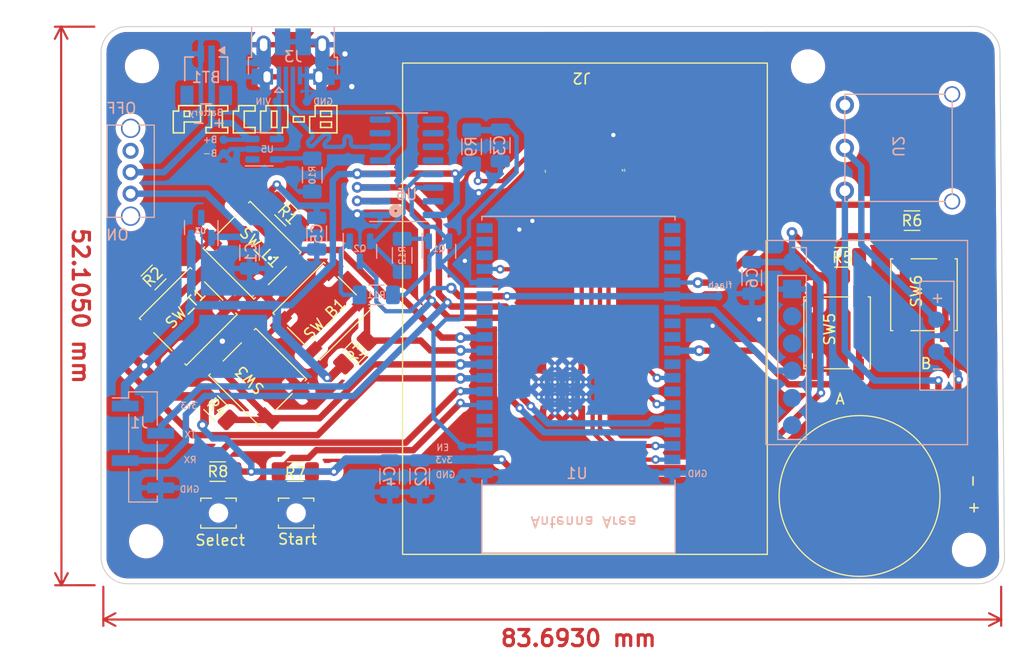
<source format=kicad_pcb>
(kicad_pcb (version 20211014) (generator pcbnew)
  (layers (0 "F.Cu" signal) (31 "B.Cu" signal) (34 "B.Paste" user) (35 "F.Paste" user) (36 "B.SilkS" user "B.Silkscreen") (37 "F.SilkS" user "F.Silkscreen") (38 "B.Mask" user) (39 "F.Mask" user) (44 "Edge.Cuts" user))
  (net 0 "")
  (net 1 "+3.3V")
  (net 2 "GND")
  (net 3 "/SW_A")
  (net 7 "/SW_START")
  (net 8 "/SCK")
  (net 9 "/SDA")
  (net 10 "/RESET")
  (net 11 "/DC{slash}RS")
  (net 12 "/CS")
  (net 13 "/SW_R")
  (net 14 "/SW_L")
  (net 15 "/SW_T")
  (net 16 "/SW_B")
  (net 17 "/SW_SEL")
  (net 18 "/SW_BOT")
  (net 22 "+BATT")
  (net 24 "/VIN")
  (net 31 "/RX")
  (net 32 "/TX")
  (net 33 "/FLASH_MODE")
  (net 39 "/ENABLE")
  (net 40 "Net-(R10-Pad1)")
  (net 42 "/USB_VIN")
  (net 44 "Net-(LS1-Pad1)")
  (net 45 "/AUDIO_OUT")
  (net 46 "Net-(U2-Pad2)")
  (net 47 "Net-(LS1-Pad2)")
  (net 48 "/UD-")
  (net 49 "/UD+")
  (net 57 "Net-(Q1-Pad1)")
  (net 58 "Net-(Q2-Pad1)")
  (net 61 "/RTS")
  (net 62 "/DTS")
  (net 66 "Net-(J2-Pad6)")
  (net 67 "Net-(J2-Pad7)")
  (net 68 "Net-(J2-Pad8)")
  (net 69 "Net-(J2-Pad9)")
  (net 70 "Net-(J2-Pad12)")
  (footprint "picopico:speaker" (layer "F.Cu") (at 146.702 58.185 90)
    (fp_text reference "LS1" hide)
    (fp_text value "Speaker")
  )
  (footprint "picopico:evqq2_compact" (layer "F.Cu") (at 93.383116 41.525216 -135)
    (fp_text reference "SW_B1")
    (fp_text value "SW_Push")
  )
  (footprint "Resistor_SMD:R_1206_3216Metric_Pad1.30x1.75mm_HandSolder" (layer "F.Cu") (at 142.012 36.127 180)
    (fp_text reference "R5")
    (fp_text value "R")
  )
  (footprint "Resistor_SMD:R_0201_0603Metric" (layer "F.Cu") (at 116.802 36.71 90)
    (fp_text reference "R13" hide)
    (fp_text value "0")
  )
  (footprint "MountingHole:MountingHole_2.2mm_M2" (layer "F.Cu") (at 77.102 62.61)
    (fp_text reference "H5" hide)
    (fp_text value "MountingHole")
  )
  (footprint "MountingHole:MountingHole_2.2mm_M2" (layer "F.Cu") (at 76.708 18.288)
    (fp_text reference "H2" hide)
    (fp_text value "MountingHole")
  )
  (footprint "Button_Switch_SMD:SW_SPST_B3U-1100P-B" (layer "F.Cu") (at 91.0794 59.158 180)
    (fp_text reference "SW7" hide)
    (fp_text value "SW_Push")
  )
  (footprint "Resistor_SMD:R_1206_3216Metric_Pad1.30x1.75mm_HandSolder" (layer "F.Cu") (at 77.794116 37.998216 45)
    (fp_text reference "R2")
    (fp_text value "10K")
  )
  (footprint "Resistor_SMD:R_1206_3216Metric_Pad1.30x1.75mm_HandSolder" (layer "F.Cu") (at 91.002 56.11)
    (fp_text reference "R7")
    (fp_text value "R")
  )
  (footprint "Resistor_SMD:R_0201_0603Metric" (layer "F.Cu") (at 118.602 36.71 90)
    (fp_text reference "R15" hide)
    (fp_text value "0")
  )
  (footprint "picopico:lcd smd" (layer "F.Cu") (at 118.002 18 180)
    (fp_text reference "J2")
    (fp_text value "display")
  )
  (footprint "picopico:evqq2_compact" (layer "F.Cu") (at 81.121516 41.249416 45)
    (fp_text reference "SW_T1")
    (fp_text value "SW_Push")
  )
  (footprint "MountingHole:MountingHole_2.2mm_M2" (layer "F.Cu") (at 138.802 18.31)
    (fp_text reference "H3" hide)
    (fp_text value "MountingHole")
  )
  (footprint "Resistor_SMD:R_0201_0603Metric" (layer "F.Cu") (at 119.402 36.71 90)
    (fp_text reference "R16" hide)
    (fp_text value "0")
  )
  (footprint "Resistor_SMD:R_0201_0603Metric" (layer "F.Cu") (at 120.202 36.71 90)
    (fp_text reference "R17" hide)
    (fp_text value "0")
  )
  (footprint "picopico:evqq2_compact" (layer "F.Cu") (at 149.4 39.273 90)
    (fp_text reference "SW6")
    (fp_text value "SW_Push")
  )
  (footprint "picopico:evqq2_compact" (layer "F.Cu") (at 141.308 42.829 90)
    (fp_text reference "SW5")
    (fp_text value "SW_Push")
  )
  (footprint "picopico:evqq2_compact" (layer "F.Cu") (at 87.115916 47.218416 135)
    (fp_text reference "SW3")
    (fp_text value "SW_Push")
  )
  (footprint "Resistor_SMD:R_1206_3216Metric_Pad1.30x1.75mm_HandSolder" (layer "F.Cu") (at 96.590116 44.983216 45)
    (fp_text reference "R3")
    (fp_text value "10K")
  )
  (footprint "picopico:evqq2_compact" (layer "F.Cu") (at 87.350787 35.555217 -45)
    (fp_text reference "SW_L1")
    (fp_text value "SW_Push")
  )
  (footprint "Resistor_SMD:R_1206_3216Metric_Pad1.30x1.75mm_HandSolder" (layer "F.Cu") (at 83.636116 50.190216 -45)
    (fp_text reference "R4")
    (fp_text value "10K")
  )
  (footprint "MountingHole:MountingHole_2.2mm_M2" (layer "F.Cu") (at 153.802 63.41)
    (fp_text reference "H1" hide)
    (fp_text value "MountingHole")
  )
  (footprint "Resistor_SMD:R_1206_3216Metric_Pad1.30x1.75mm_HandSolder" (layer "F.Cu") (at 83.7654 56.11)
    (fp_text reference "R8")
    (fp_text value "R")
  )
  (footprint "Resistor_SMD:R_1206_3216Metric_Pad1.30x1.75mm_HandSolder" (layer "F.Cu") (at 90.240116 32.029216 -45)
    (fp_text reference "R1")
    (fp_text value "10K")
  )
  (footprint "Resistor_SMD:R_0201_0603Metric" (layer "F.Cu") (at 117.702 36.71 90)
    (fp_text reference "R14" hide)
    (fp_text value "0")
  )
  (footprint "Button_Switch_SMD:SW_SPST_B3U-1100P-B" (layer "F.Cu") (at 83.8428 59.1586 180)
    (fp_text reference "SW8" hide)
    (fp_text value "SW_Push")
  )
  (footprint "Resistor_SMD:R_1206_3216Metric_Pad1.30x1.75mm_HandSolder" (layer "F.Cu") (at 148.489 32.698 180)
    (fp_text reference "R6")
    (fp_text value "R")
  )
  (footprint "picopico:pad" (layer "B.Cu") (at 106.553 53.7464 180)
    (fp_text reference "TP6" hide)
    (fp_text value "TestPoint")
  )
  (footprint "picopico:pad" (layer "B.Cu") (at 84.328 26.416 90)
    (fp_text reference "TP11" hide)
    (fp_text value "TestPoint")
  )
  (footprint "picopico:pad" (layer "B.Cu") (at 106.553 56.2864 180)
    (fp_text reference "TP8" hide)
    (fp_text value "TestPoint")
  )
  (footprint "Capacitor_SMD:C_1206_3216Metric" (layer "B.Cu") (at 93.002 33.91 -90)
    (fp_text reference "C5")
    (fp_text value "100nF")
  )
  (footprint "picopico:pad" (layer "B.Cu") (at 106.552 55.01 180)
    (fp_text reference "TP7" hide)
    (fp_text value "TestPoint")
  )
  (footprint "Capacitor_SMD:C_1206_3216Metric" (layer "B.Cu") (at 110.109 25.68 -90)
    (fp_text reference "C3")
    (fp_text value "0.1uF")
  )
  (footprint "picopico:switch_slide_OS102011MA1QN1" (layer "B.Cu") (at 77.851 32.385 90)
    (fp_text reference "SW1" hide)
    (fp_text value "SW_SPDT")
  )
  (footprint "picopico:pad" (layer "B.Cu") (at 89.281 21.59 180)
    (fp_text reference "TP9" hide)
    (fp_text value "TestPoint")
  )
  (footprint "Package_TO_SOT_SMD:SOT-23" (layer "B.Cu") (at 82.235 33.3525 90)
    (fp_text reference "U3")
    (fp_text value "AP7333-33SAG")
  )
  (footprint "Espressif:ESP32-WROVER-E_ThermalVias" (layer "B.Cu") (at 117.3988 48)
    (fp_text reference "U1")
    (fp_text value "ESP32-WROVER-E")
  )
  (footprint "Resistor_SMD:R_1206_3216Metric_Pad1.30x1.75mm_HandSolder" (layer "B.Cu") (at 92.583 28.448 -90)
    (fp_text reference "R10")
    (fp_text value "R")
  )
  (footprint "Capacitor_SMD:C_1206_3216Metric" (layer "B.Cu") (at 86.741 35.687 -90)
    (fp_text reference "C1")
    (fp_text value "1uF")
  )
  (footprint "Package_TO_SOT_SMD:SOT-23" (layer "B.Cu") (at 97.028 35.56 -90)
    (fp_text reference "Q2")
    (fp_text value "BC817")
  )
  (footprint "picopico:pad" (layer "B.Cu") (at 130.429 39.751 180)
    (fp_text reference "TP5" hide)
    (fp_text value "TestPoint")
  )
  (footprint "picopico:volume wheel" (layer "B.Cu") (at 149.733 25.908 90)
    (fp_text reference "U2")
    (fp_text value "volume_wheel")
  )
  (footprint "picopico:SM02B-SRSS-TB" (layer "B.Cu") (at 82.702 17.91 180)
    (fp_text reference "BT1")
    (fp_text value "Battery")
  )
  (footprint "Resistor_SMD:R_1206_3216Metric_Pad1.30x1.75mm_HandSolder" (layer "B.Cu") (at 100.965 35.941 90)
    (fp_text reference "R12")
    (fp_text value "10k")
  )
  (footprint "Connector_USB:USB_Micro-B_Amphenol_10103594-0001LF_Horizontal" (layer "B.Cu") (at 90.805 17.399)
    (fp_text reference "J3")
    (fp_text value "USB_B_Micro")
  )
  (footprint "picopico:pad" (layer "B.Cu") (at 92.075 21.59 180)
    (fp_text reference "TP10" hide)
    (fp_text value "TestPoint")
  )
  (footprint "Package_SO:SOIC-16_3.9x9.9mm_P1.27mm" (layer "B.Cu") (at 101.38025 27.72025)
    (fp_text reference "U6")
    (fp_text value "CH340C")
  )
  (footprint "Resistor_SMD:R_1206_3216Metric_Pad1.30x1.75mm_HandSolder" (layer "B.Cu") (at 98.552 39.624 180)
    (fp_text reference "R11")
    (fp_text value "10k")
  )
  (footprint "Package_TO_SOT_SMD:SOT-23-5" (layer "B.Cu") (at 88.138 26.035)
    (fp_text reference "U5")
    (fp_text value "STC4054GR")
  )
  (footprint "picopico:pad" (layer "B.Cu") (at 84.328 25.146 90)
    (fp_text reference "TP12" hide)
    (fp_text value "TestPoint")
  )
  (footprint "Resistor_SMD:R_1206_3216Metric_Pad1.30x1.75mm_HandSolder" (layer "B.Cu") (at 107.442 25.807 90)
    (fp_text reference "R9")
    (fp_text value "10k")
  )
  (footprint "picopico:audio" (layer "B.Cu") (at 137.414 43.434 180)
    (fp_text reference "U4" hide)
    (fp_text value "audio")
  )
  (footprint "Package_TO_SOT_SMD:SOT-23" (layer "B.Cu") (at 104.394 35.56 -90)
    (fp_text reference "Q1")
    (fp_text value "BC817")
  )
  (footprint "Capacitor_SMD:C_1206_3216Metric" (layer "B.Cu") (at 102.602 56.5404 -90)
    (fp_text reference "C2")
    (fp_text value "22uF")
  )
  (footprint "Capacitor_SMD:C_1206_3216Metric" (layer "B.Cu") (at 133.552 38.035 -90)
    (fp_text reference "C6")
    (fp_text value "0.1uF")
  )
  (footprint "Connector_PinHeader_2.54mm:PinHeader_1x04_P2.54mm_Vertical_SMD_Pin1Right" (layer "B.Cu") (at 76.802 53.81 180)
    (fp_text reference "J1")
    (fp_text value "Conn_01x04")
  )
  (footprint "Capacitor_SMD:C_1206_3216Metric" (layer "B.Cu") (at 99.802 56.5404 -90)
    (fp_text reference "C4")
    (fp_text value "0.1uF")
  )
  (gr_circle (center 100.36425 31.78425) (end 100.36425 31.65725) (layer "B.SilkS") (width 0.5) (fill none))
  (gr_line (start 90.307009 24.003623) (end 90.307009 24.003623) (layer "F.SilkS") (width 0.141247))
  (gr_line (start 80.643123 24.512252) (end 79.625873 24.512252) (layer "F.SilkS") (width 0.141247))
  (gr_line (start 81.151748 22.477746) (end 81.151748 22.477746) (layer "F.SilkS") (width 0.141247))
  (gr_line (start 80.643123 22.477746) (end 80.643123 22.986375) (layer "F.SilkS") (width 0.141247))
  (gr_line (start 85.729379 21.969119) (end 87.255255 21.969119) (layer "F.SilkS") (width 0.141247))
  (gr_line (start 93.358761 22.477746) (end 93.358761 22.986375) (layer "F.SilkS") (width 0.141247))
  (gr_line (start 89.289757 22.477746) (end 88.781132 22.477746) (layer "F.SilkS") (width 0.141247))
  (gr_line (start 88.272505 22.477746) (end 88.272505 21.969119) (layer "F.SilkS") (width 0.141247))
  (gr_line (start 92.341511 24.512252) (end 92.341511 24.512252) (layer "F.SilkS") (width 0.141247))
  (gr_line (start 82.677625 22.477746) (end 82.677625 22.477746) (layer "F.SilkS") (width 0.141247))
  (gr_line (start 82.169 21.969123) (end 82.169 21.969123) (layer "F.SilkS") (width 0.141247))
  (gr_line (start 88.781132 24.003623) (end 88.781132 24.003623) (layer "F.SilkS") (width 0.141247))
  (gr_line (start 91.832884 23.495) (end 91.832884 23.495) (layer "F.SilkS") (width 0.141247))
  (gr_line (start 85.220753 23.494996) (end 85.220753 22.477746) (layer "F.SilkS") (width 0.141247))
  (gr_line (start 93.358761 23.494996) (end 93.358761 24.003623) (layer "F.SilkS") (width 0.141247))
  (gr_line (start 84.712127 21.969119) (end 84.712127 21.969119) (layer "F.SilkS") (width 0.141247))
  (gr_line (start 94.884638 24.512252) (end 94.884638 24.512252) (layer "F.SilkS") (width 0.141247))
  (gr_line (start 93.358761 22.986375) (end 93.358761 22.986375) (layer "F.SilkS") (width 0.141247))
  (gr_line (start 87.763882 24.512252) (end 87.763882 24.512252) (layer "F.SilkS") (width 0.141247))
  (gr_line (start 84.712127 24.003623) (end 84.712127 24.512252) (layer "F.SilkS") (width 0.141247))
  (gr_line (start 87.255255 22.477746) (end 86.238003 22.477746) (layer "F.SilkS") (width 0.141247))
  (gr_line (start 84.712127 24.512252) (end 84.712127 24.512252) (layer "F.SilkS") (width 0.141247))
  (gr_line (start 93.358761 23.494996) (end 93.358761 23.494996) (layer "F.SilkS") (width 0.141247))
  (gr_line (start 94.884638 21.969123) (end 94.884638 24.512252) (layer "F.SilkS") (width 0.141247))
  (gr_line (start 86.238003 22.477746) (end 86.238003 24.003623) (layer "F.SilkS") (width 0.141247))
  (gr_line (start 85.220753 22.477746) (end 85.220753 22.477746) (layer "F.SilkS") (width 0.141247))
  (gr_line (start 94.376011 23.749313) (end 94.376011 23.494996) (layer "F.SilkS") (width 0.141247))
  (gr_line (start 82.677625 21.969119) (end 82.677625 21.969119) (layer "F.SilkS") (width 0.141247))
  (gr_line (start 87.255255 24.003623) (end 87.255255 24.003623) (layer "F.SilkS") (width 0.141247))
  (gr_line (start 83.186251 24.003623) (end 83.186251 24.003623) (layer "F.SilkS") (width 0.141247))
  (gr_line (start 88.272505 22.477746) (end 88.272505 22.477746) (layer "F.SilkS") (width 0.141247))
  (gr_line (start 90.815632 23.495) (end 90.815632 23.240688) (layer "F.SilkS") (width 0.141247))
  (gr_line (start 82.677625 24.003623) (end 83.186251 24.003623) (layer "F.SilkS") (width 0.141247))
  (gr_line (start 80.643123 24.512252) (end 80.643123 24.512252) (layer "F.SilkS") (width 0.141247))
  (gr_line (start 87.76388 22.477746) (end 87.76388 22.477746) (layer "F.SilkS") (width 0.141247))
  (gr_line (start 90.307009 21.969119) (end 90.307009 24.003623) (layer "F.SilkS") (width 0.141247))
  (gr_line (start 83.186251 24.003623) (end 83.186251 22.477746) (layer "F.SilkS") (width 0.141247))
  (gr_line (start 81.151748 22.732061) (end 81.151748 22.477746) (layer "F.SilkS") (width 0.141247))
  (gr_line (start 79.625873 24.512252) (end 79.625872 23.495) (layer "F.SilkS") (width 0.141247))
  (gr_line (start 84.712127 22.477746) (end 84.712127 22.477746) (layer "F.SilkS") (width 0.141247))
  (gr_line (start 91.832884 22.986375) (end 91.832884 22.986375) (layer "F.SilkS") (width 0.141247))
  (gr_line (start 81.151748 22.986375) (end 81.151748 22.732061) (layer "F.SilkS") (width 0.141247))
  (gr_line (start 79.625872 22.477748) (end 80.134498 22.477748) (layer "F.SilkS") (width 0.141247))
  (gr_line (start 83.186251 22.477746) (end 83.186251 22.477746) (layer "F.SilkS") (width 0.141247))
  (gr_line (start 80.134498 22.477748) (end 80.134498 22.477748) (layer "F.SilkS") (width 0.141247))
  (gr_line (start 90.815632 22.986375) (end 91.832884 22.986375) (layer "F.SilkS") (width 0.141247))
  (gr_line (start 94.376011 24.003623) (end 94.376011 24.003623) (layer "F.SilkS") (width 0.141247))
  (gr_line (start 94.376011 22.477746) (end 94.376011 22.477746) (layer "F.SilkS") (width 0.141247))
  (gr_line (start 81.151748 22.477746) (end 80.643123 22.477746) (layer "F.SilkS") (width 0.141247))
  (gr_line (start 85.220753 24.512252) (end 85.220753 24.512252) (layer "F.SilkS") (width 0.141247))
  (gr_line (start 93.358761 24.003623) (end 94.376011 24.003623) (layer "F.SilkS") (width 0.141247))
  (gr_line (start 87.255255 22.477746) (end 87.255255 22.477746) (layer "F.SilkS") (width 0.141247))
  (gr_line (start 80.643123 22.986375) (end 81.151748 22.986375) (layer "F.SilkS") (width 0.141247))
  (gr_line (start 80.643123 23.495) (end 80.643123 23.495) (layer "F.SilkS") (width 0.141247))
  (gr_line (start 82.677625 24.512252) (end 82.677625 24.512252) (layer "F.SilkS") (width 0.141247))
  (gr_line (start 94.376011 22.986375) (end 94.376011 22.986375) (layer "F.SilkS") (width 0.141247))
  (gr_line (start 86.238003 22.477746) (end 86.238003 22.477746) (layer "F.SilkS") (width 0.141247))
  (gr_line (start 93.358761 22.986375) (end 94.376011 22.986375) (layer "F.SilkS") (width 0.141247))
  (gr_line (start 84.712127 24.003623) (end 84.712127 24.003623) (layer "F.SilkS") (width 0.141247))
  (gr_line (start 85.729379 22.477746) (end 85.729379 22.477746) (layer "F.SilkS") (width 0.141247))
  (gr_line (start 87.76388 23.494996) (end 87.76388 22.477746) (layer "F.SilkS") (width 0.141247))
  (gr_line (start 90.307009 24.003623) (end 89.798384 24.003623) (layer "F.SilkS") (width 0.141247))
  (gr_line (start 92.341511 22.986375) (end 92.850136 22.986375) (layer "F.SilkS") (width 0.141247))
  (gr_line (start 94.884638 24.512252) (end 92.341511 24.512252) (layer "F.SilkS") (width 0.141247))
  (gr_line (start 89.798384 24.003623) (end 89.798384 24.512252) (layer "F.SilkS") (width 0.141247))
  (gr_line (start 82.677625 24.257936) (end 82.677625 24.003623) (layer "F.SilkS") (width 0.141247))
  (gr_line (start 84.203501 24.003623) (end 84.203501 24.003623) (layer "F.SilkS") (width 0.141247))
  (gr_line (start 80.643123 22.477746) (end 80.643123 22.477746) (layer "F.SilkS") (width 0.141247))
  (gr_line (start 84.203501 22.477746) (end 84.203501 24.003623) (layer "F.SilkS") (width 0.141247))
  (gr_line (start 80.643123 23.495) (end 80.643123 24.512252) (layer "F.SilkS") (width 0.141247))
  (gr_line (start 89.798384 24.512252) (end 87.763882 24.512252) (layer "F.SilkS") (width 0.141247))
  (gr_line (start 79.625872 23.495) (end 79.625872 22.477748) (layer "F.SilkS") (width 0.141247))
  (gr_line (start 92.850136 22.986375) (end 92.850136 21.969123) (layer "F.SilkS") (width 0.141247))
  (gr_line (start 84.712127 21.969119) (end 84.712127 22.477746) (layer "F.SilkS") (width 0.141247))
  (gr_line (start 80.134498 22.477748) (end 80.134498 21.969123) (layer "F.SilkS") (width 0.141247))
  (gr_line (start 82.677625 24.512252) (end 82.677625 24.257936) (layer "F.SilkS") (width 0.141247))
  (gr_line (start 90.815632 22.986375) (end 90.815632 22.986375) (layer "F.SilkS") (width 0.141247))
  (gr_line (start 80.134498 21.969123) (end 82.169 21.969123) (layer "F.SilkS") (width 0.141247))
  (gr_line (start 87.255255 21.969119) (end 87.255255 22.477746) (layer "F.SilkS") (width 0.141247))
  (gr_line (start 87.76388 22.477746) (end 88.272505 22.477746) (layer "F.SilkS") (width 0.141247))
  (gr_line (start 88.781132 22.477746) (end 88.781132 24.003623) (layer "F.SilkS") (width 0.141247))
  (gr_line (start 89.289757 24.003623) (end 89.289757 22.477746) (layer "F.SilkS") (width 0.141247))
  (gr_line (start 94.884638 21.969123) (end 94.884638 21.969123) (layer "F.SilkS") (width 0.141247))
  (gr_line (start 94.376011 23.494996) (end 93.358761 23.494996) (layer "F.SilkS") (width 0.141247))
  (gr_line (start 90.815632 23.240688) (end 90.815632 22.986375) (layer "F.SilkS") (width 0.141247))
  (gr_line (start 82.169 23.495) (end 82.169 23.495) (layer "F.SilkS") (width 0.141247))
  (gr_line (start 87.763882 24.512252) (end 87.76388 23.494996) (layer "F.SilkS") (width 0.141247))
  (gr_line (start 87.255255 24.003623) (end 87.255255 24.512252) (layer "F.SilkS") (width 0.141247))
  (gr_line (start 94.376011 22.986375) (end 94.376011 22.732061) (layer "F.SilkS") (width 0.141247))
  (gr_line (start 88.272505 21.969119) (end 88.272505 21.969119) (layer "F.SilkS") (width 0.141247))
  (gr_line (start 94.376011 24.003623) (end 94.376011 23.749313) (layer "F.SilkS") (width 0.141247))
  (gr_line (start 94.376011 23.494996) (end 94.376011 23.494996) (layer "F.SilkS") (width 0.141247))
  (gr_line (start 82.677625 21.969119) (end 84.712127 21.969119) (layer "F.SilkS") (width 0.141247))
  (gr_line (start 83.186251 22.477746) (end 82.677625 22.477746) (layer "F.SilkS") (width 0.141247))
  (gr_line (start 88.781132 24.003623) (end 89.289757 24.003623) (layer "F.SilkS") (width 0.141247))
  (gr_line (start 82.677625 24.003623) (end 82.677625 24.003623) (layer "F.SilkS") (width 0.141247))
  (gr_line (start 91.832884 23.495) (end 90.815632 23.495) (layer "F.SilkS") (width 0.141247))
  (gr_line (start 89.798384 24.512252) (end 89.798384 24.512252) (layer "F.SilkS") (width 0.141247))
  (gr_line (start 84.203501 22.477746) (end 84.203501 22.477746) (layer "F.SilkS") (width 0.141247))
  (gr_line (start 90.815632 23.495) (end 90.815632 23.495) (layer "F.SilkS") (width 0.141247))
  (gr_line (start 94.376011 22.732061) (end 94.376011 22.477746) (layer "F.SilkS") (width 0.141247))
  (gr_line (start 92.850136 22.986375) (end 92.850136 22.986375) (layer "F.SilkS") (width 0.141247))
  (gr_line (start 93.358761 22.477746) (end 93.358761 22.477746) (layer "F.SilkS") (width 0.141247))
  (gr_line (start 86.238003 24.003623) (end 86.238003 24.003623) (layer "F.SilkS") (width 0.141247))
  (gr_line (start 84.203501 24.003623) (end 84.712127 24.003623) (layer "F.SilkS") (width 0.141247))
  (gr_line (start 87.255255 21.969119) (end 87.255255 21.969119) (layer "F.SilkS") (width 0.141247))
  (gr_line (start 86.238003 24.003623) (end 87.255255 24.003623) (layer "F.SilkS") (width 0.141247))
  (gr_line (start 79.625873 24.512252) (end 79.625873 24.512252) (layer "F.SilkS") (width 0.141247))
  (gr_line (start 84.712127 22.477746) (end 84.203501 22.477746) (layer "F.SilkS") (width 0.141247))
  (gr_line (start 85.220753 22.477746) (end 85.729379 22.477746) (layer "F.SilkS") (width 0.141247))
  (gr_line (start 80.134498 21.969123) (end 80.134498 21.969123) (layer "F.SilkS") (width 0.141247))
  (gr_line (start 82.169 23.495) (end 80.643123 23.495) (layer "F.SilkS") (width 0.141247))
  (gr_line (start 88.272505 21.969119) (end 90.307009 21.969119) (layer "F.SilkS") (width 0.141247))
  (gr_line (start 91.832884 22.986375) (end 91.832884 23.495) (layer "F.SilkS") (width 0.141247))
  (gr_line (start 87.255255 24.512252) (end 85.220753 24.512252) (layer "F.SilkS") (width 0.141247))
  (gr_line (start 88.781132 22.477746) (end 88.781132 22.477746) (layer "F.SilkS") (width 0.141247))
  (gr_line (start 79.625872 22.477748) (end 79.625872 22.477748) (layer "F.SilkS") (width 0.141247))
  (gr_line (start 92.341511 24.512252) (end 92.341511 23.749313) (layer "F.SilkS") (width 0.141247))
  (gr_line (start 89.798384 24.003623) (end 89.798384 24.003623) (layer "F.SilkS") (width 0.141247))
  (gr_line (start 85.729379 21.969119) (end 85.729379 21.969119) (layer "F.SilkS") (width 0.141247))
  (gr_line (start 82.677625 22.477746) (end 82.677625 21.969119) (layer "F.SilkS") (width 0.141247))
  (gr_line (start 92.850136 21.969123) (end 92.850136 21.969123) (layer "F.SilkS") (width 0.141247))
  (gr_line (start 82.169 21.969123) (end 82.169 23.495) (layer "F.SilkS") (width 0.141247))
  (gr_line (start 85.729379 22.477746) (end 85.729379 21.969119) (layer "F.SilkS") (width 0.141247))
  (gr_line (start 92.341511 22.986375) (end 92.341511 22.986375) (layer "F.SilkS") (width 0.141247))
  (gr_line (start 89.289757 24.003623) (end 89.289757 24.003623) (layer "F.SilkS") (width 0.141247))
  (gr_line (start 94.376011 22.477746) (end 93.358761 22.477746) (layer "F.SilkS") (width 0.141247))
  (gr_line (start 89.289757 22.477746) (end 89.289757 22.477746) (layer "F.SilkS") (width 0.141247))
  (gr_line (start 90.307009 21.969119) (end 90.307009 21.969119) (layer "F.SilkS") (width 0.141247))
  (gr_line (start 92.341511 23.749313) (end 92.341511 22.986375) (layer "F.SilkS") (width 0.141247))
  (gr_line (start 84.712127 24.512252) (end 82.677625 24.512252) (layer "F.SilkS") (width 0.141247))
  (gr_line (start 92.850136 21.969123) (end 94.884638 21.969123) (layer "F.SilkS") (width 0.141247))
  (gr_line (start 93.358761 24.003623) (end 93.358761 24.003623) (layer "F.SilkS") (width 0.141247))
  (gr_line (start 89.289757 22.477746) (end 89.289757 22.477746) (layer "F.SilkS") (width 0.141247))
  (gr_line (start 81.151748 22.986375) (end 81.151748 22.986375) (layer "F.SilkS") (width 0.141247))
  (gr_line (start 87.255255 24.512252) (end 87.255255 24.512252) (layer "F.SilkS") (width 0.141247))
  (gr_line (start 85.220753 24.512252) (end 85.220753 23.494996) (layer "F.SilkS") (width 0.141247))
  (gr_line (start 80.643123 22.986375) (end 80.643123 22.986375) (layer "F.SilkS") (width 0.141247))
  (gr_line (start 75.302556 66.569056) (end 154.702 66.569056) (layer "Edge.Cuts") (width 0.1))
  (gr_line (start 75.3 14.6) (end 154.277744 14.587856) (layer "Edge.Cuts") (width 0.1))
  (gr_line (start 157.110256 64.156056) (end 156.686 16.999) (layer "Edge.Cuts") (width 0.1))
  (gr_arc (start 75.302556 66.569056) (mid 73.602 65.828063) (end 72.902556 64.11) (layer "Edge.Cuts") (width 0.1))
  (gr_line (start 72.902556 64.11) (end 72.9 17) (layer "Edge.Cuts") (width 0.1))
  (gr_arc (start 72.9 17) (mid 73.602944 15.302944) (end 75.3 14.6) (layer "Edge.Cuts") (width 0.1))
  (gr_arc (start 154.277744 14.587856) (mid 155.981546 15.294353) (end 156.686 16.999) (layer "Edge.Cuts") (width 0.1))
  (gr_arc (start 157.110256 64.156056) (mid 156.402883 65.858335) (end 154.702 66.569056) (layer "Edge.Cuts") (width 0.1))
  (gr_text "B-" (at 83.058 26.416) (layer "B.SilkS") (effects (font (size 0.6 0.6) (thickness 0.1)) (justify mirror)))
  (gr_text "3v3" (at 81.102 49.96) (layer "B.SilkS") (effects (font (size 0.6 0.6) (thickness 0.1)) (justify mirror)))
  (gr_text "-" (at 82.002 23.535) (layer "B.SilkS") (effects (font (size 1 1)) (justify mirror)))
  (gr_text "RX" (at 81.202 55.01) (layer "B.SilkS") (effects (font (size 0.6 0.6) (thickness 0.1)) (justify mirror)))
  (gr_text "3v3" (at 104.875 55.013) (layer "B.SilkS") (effects (font (size 0.6 0.6) (thickness 0.1)) (justify mirror)))
  (gr_text "TX" (at 81.202 52.66) (layer "B.SilkS") (effects (font (size 0.6 0.6) (thickness 0.1)) (justify mirror)))
  (gr_text "GND" (at 93.599 21.59) (layer "B.SilkS") (effects (font (size 0.6 0.6) (thickness 0.1)) (justify mirror)))
  (gr_text "OFF" (at 74.803 22.225) (layer "B.SilkS") (effects (font (size 1 1)) (justify mirror)))
  (gr_text "EN" (at 104.748 53.87) (layer "B.SilkS") (effects (font (size 0.6 0.6) (thickness 0.1)) (justify mirror)))
  (gr_text "GND" (at 105.002 56.41) (layer "B.SilkS") (effects (font (size 0.6 0.6) (thickness 0.1)) (justify mirror)))
  (gr_text "flash" (at 130.602 38.71) (layer "B.SilkS") (effects (font (size 0.6 0.6) (thickness 0.1)) (justify mirror)))
  (gr_text "+" (at 83.902 23.535) (layer "B.SilkS") (effects (font (size 1 1)) (justify mirror)))
  (gr_text "GND" (at 81.152 57.76) (layer "B.SilkS") (effects (font (size 0.6 0.6) (thickness 0.1)) (justify mirror)))
  (gr_text "VIN" (at 88.011 21.59) (layer "B.SilkS") (effects (font (size 0.6 0.6) (thickness 0.1)) (justify mirror)))
  (gr_text "GND" (at 128.502 56.31) (layer "B.SilkS") (effects (font (size 0.6 0.6) (thickness 0.1)) (justify mirror)))
  (gr_text "ON" (at 74.422 34.036) (layer "B.SilkS") (effects (font (size 1 1)) (justify mirror)))
  (gr_text "B+" (at 83.058 25.146) (layer "B.SilkS") (effects (font (size 0.6 0.6) (thickness 0.1)) (justify mirror)))
  (gr_text "A" (at 141.784 49.3405) (layer "F.SilkS") (effects (font (size 1 1))))
  (gr_text "Start" (at 91.202 62.41) (layer "F.SilkS") (effects (font (size 1 1))))
  (gr_text "B" (at 149.802 46.0385) (layer "F.SilkS") (effects (font (size 1 1))))
  (gr_text "Select" (at 84.002 62.51) (layer "F.SilkS") (effects (font (size 1 1))))
  (dimension (type aligned) (layer "F.Cu") (pts (xy 72.771 14.605) (xy 72.802 66.71)) (height 3.596007) (gr_text "52,1050 mm" (at 70.990494 40.658568 270.0340883) (layer "F.Cu") (effects (font (size 1.5 1.5) (thickness 0.3)))) (format (units 3) (units_format 1) (precision 4)) (style (thickness 0.2) (arrow_length 1.27) (text_position_mode 0) (extension_height 0.58642) (extension_offset 0.5) keep_text_aligned))
  (dimension (type aligned) (layer "F.Cu") (pts (xy 156.802 66.354) (xy 73.109 66.354)) (height -3.556) (gr_text "83,6930 mm" (at 117.4066 71.6626) (layer "F.Cu") (effects (font (size 1.5 1.5) (thickness 0.3)))) (format (units 3) (units_format 1) (precision 4)) (style (thickness 0.2) (arrow_length 1.27) (text_position_mode 2) (extension_height 0.58642) (extension_offset 0.5) keep_text_aligned))
  (segment (start 145.477 34.16) (end 146.939 32.698) (width 0.6) (layer "F.Cu") (net 1))
  (segment (start 118.002 24.51) (end 119.202 25.71) (width 0.4) (layer "F.Cu") (net 1))
  (segment (start 93.98 47.371) (end 94.202332 47.371) (width 0.8) (layer "F.Cu") (net 1))
  (segment (start 114.802 24.51) (end 118.802 24.51) (width 0.4) (layer "F.Cu") (net 1))
  (segment (start 116.202 29.3) (end 116.202 25.11) (width 0.4) (layer "F.Cu") (net 1))
  (segment (start 99.695 28.321) (end 96.774 28.321) (width 0.6) (layer "F.Cu") (net 1))
  (segment (start 137.302 33.81) (end 139.619 36.127) (width 0.6) (layer "F.Cu") (net 1))
  (segment (start 116.202 25.11) (end 116.802 24.51) (width 0.4) (layer "F.Cu") (net 1))
  (segment (start 118.802 24.51) (end 119.702489 25.410489) (width 0.4) (layer "F.Cu") (net 1))
  (segment (start 88.773 29.845) (end 88.773 30.5621) (width 0.6) (layer "F.Cu") (net 1))
  (segment (start 82.5401 51.5719) (end 82.5401 49.0942) (width 0.8) (layer "F.Cu") (net 1))
  (segment (start 82.352 51.76) (end 82.5401 51.5719) (width 0.8) (layer "F.Cu") (net 1))
  (segment (start 132.9775 55.790511) (end 111.035511 55.790511) (width 0.6) (layer "F.Cu") (net 1))
  (segment (start 105.902 28.31) (end 99.706 28.31) (width 0.6) (layer "F.Cu") (net 1))
  (segment (start 79.6191 49.0942) (end 82.5401 49.0942) (width 0.8) (layer "F.Cu") (net 1))
  (segment (start 142.429 34.16) (end 145.477 34.16) (width 0.6) (layer "F.Cu") (net 1))
  (segment (start 119.702489 29.299511) (end 119.702 29.3) (width 0.4) (layer "F.Cu") (net 1))
  (segment (start 140.462 36.127) (end 142.429 34.16) (width 0.6) (layer "F.Cu") (net 1))
  (segment (start 76.6981 39.094232) (end 75.508116 40.284216) (width 0.8) (layer "F.Cu") (net 1))
  (segment (start 114.802 24.51) (end 110.302 29.01) (width 0.4) (layer "F.Cu") (net 1))
  (segment (start 94.202332 47.371) (end 95.4941 46.079232) (width 0.8) (layer "F.Cu") (net 1))
  (segment (start 94.602 56.11) (end 92.552 56.11) (width 0.6) (layer "F.Cu") (net 1))
  (segment (start 75.508116 40.284216) (end 75.508116 44.983216) (width 0.8) (layer "F.Cu") (net 1))
  (segment (start 88.773 30.5621) (end 89.1441 30.9332) (width 0.6) (layer "F.Cu") (net 1))
  (segment (start 75.508116 44.983216) (end 79.6191 49.0942) (width 0.8) (layer "F.Cu") (net 1))
  (segment (start 119.202 25.71) (end 119.202 29.3) (width 0.4) (layer "F.Cu") (net 1))
  (segment (start 99.706 28.31) (end 99.695 28.321) (width 0.6) (layer "F.Cu") (net 1))
  (segment (start 86.902 56.11) (end 85.3154 56.11) (width 0.6) (layer "F.Cu") (net 1))
  (segment (start 108.052 29.01) (end 108.027 28.985) (width 0.4) (layer "F.Cu") (net 1))
  (segment (start 119.702489 25.410489) (end 119.702489 29.299511) (width 0.4) (layer "F.Cu") (net 1))
  (segment (start 139.619 36.127) (end 140.462 36.127) (width 0.6) (layer "F.Cu") (net 1))
  (segment (start 111.035511 55.790511) (end 110.236 54.991) (width 0.6) (layer "F.Cu") (net 1))
  (segment (start 89.281 29.337) (end 88.773 29.845) (width 0.6) (layer "F.Cu") (net 1))
  (segment (start 140.002 48.766011) (end 132.9775 55.790511) (width 0.6) (layer "F.Cu") (net 1))
  (segment (start 110.302 29.01) (end 108.052 29.01) (width 0.4) (layer "F.Cu") (net 1))
  (via (at 89.281 29.337) (size 0.8) (drill 0.4) (layers "F.Cu" "B.Cu") (net 1))
  (via (at 137.302 33.81) (size 1) (drill 0.5) (layers "F.Cu" "B.Cu") (net 1))
  (via (at 93.98 47.371) (size 0.8) (drill 0.4) (layers "F.Cu" "B.Cu") (net 1))
  (via (at 110.236 54.991) (size 0.8) (drill 0.4) (layers "F.Cu" "B.Cu") (net 1))
  (via (at 108.027 28.985) (size 0.8) (drill 0.4) (layers "F.Cu" "B.Cu") (net 1))
  (via (at 96.774 28.321) (size 1) (drill 0.5) (layers "F.Cu" "B.Cu") (net 1))
  (via (at 82.352 51.76) (size 1) (drill 0.5) (layers "F.Cu" "B.Cu") (net 1))
  (via (at 86.902 56.11) (size 0.8) (drill 0.4) (layers "F.Cu" "B.Cu") (net 1))
  (via (at 94.602 56.11) (size 0.8) (drill 0.4) (layers "F.Cu" "B.Cu") (net 1))
  (via (at 140.002 48.766011) (size 0.8) (drill 0.4) (layers "F.Cu" "B.Cu") (net 1))
  (via (at 105.902 28.31) (size 0.8) (drill 0.4) (layers "F.Cu" "B.Cu") (net 1))
  (via (at 76.962 46.228) (size 1) (drill 0.5) (layers "F.Cu" "B.Cu") (net 1))
  (segment (start 76.962 46.228) (end 76.934 46.228) (width 0.8) (layer "B.Cu") (net 1))
  (segment (start 140.002 48.766011) (end 139.954 48.718011) (width 0.6) (layer "B.Cu") (net 1))
  (segment (start 106.045 30.988) (end 106.045 28.754) (width 0.6) (layer "B.Cu") (net 1))
  (segment (start 94.402 31.51) (end 94.202 31.31) (width 0.6) (layer "B.Cu") (net 1))
  (segment (start 94.502 36.689) (end 94.502 31.256) (width 0.6) (layer "B.Cu") (net 1))
  (segment (start 106.5844 54.985) (end 106.5594 55.01) (width 0.4) (layer "B.Cu") (net 1))
  (segment (start 94.488 28.956) (end 95.08875 28.35525) (width 0.6) (layer "B.Cu") (net 1))
  (segment (start 106.045 28.453) (end 106.045 28.754) (width 0.6) (layer "B.Cu") (net 1))
  (segment (start 137.309 33.817) (end 137.309 36.544) (width 0.6) (layer "B.Cu") (net 1))
  (segment (start 89.281 40.591) (end 81.304 40.591) (width 0.8) (layer "B.Cu") (net 1))
  (segment (start 137.302 33.81) (end 137.309 33.817) (width 0.6) (layer "B.Cu") (net 1))
  (segment (start 89.281 42.672) (end 89.281 40.591) (width 0.8) (layer "B.Cu") (net 1))
  (segment (start 95.721 54.991) (end 94.602 56.11) (width 0.8) (layer "B.Cu") (net 1))
  (segment (start 82.352 51.76) (end 82.352 52.06) (width 0.6) (layer "B.Cu") (net 1))
  (segment (start 76.962 46.228) (end 81.153 42.037) (width 0.8) (layer "B.Cu") (net 1))
  (segment (start 93.002 32.435) (end 93.002 31.51) (width 0.6) (layer "B.Cu") (net 1))
  (segment (start 105.902 28.31) (end 106.045 28.453) (width 0.6) (layer "B.Cu") (net 1))
  (segment (start 94.502 31.256) (end 94.488 31.242) (width 0.6) (layer "B.Cu") (net 1))
  (segment (start 104.86775 32.16525) (end 106.045 30.988) (width 0.6) (layer "B.Cu") (net 1))
  (segment (start 106.533 54.991) (end 95.721 54.991) (width 0.8) (layer "B.Cu") (net 1))
  (segment (start 108.027 27.942) (end 107.442 27.357) (width 0.4) (layer "B.Cu") (net 1))
  (segment (start 94.602 56.11) (end 86.902 56.11) (width 0.6) (layer "B.Cu") (net 1))
  (segment (start 83.302 53.01) (end 84.502 53.01) (width 0.6) (layer "B.Cu") (net 1))
  (segment (start 90.6 40.591) (end 94.502 36.689) (width 0.6) (layer "B.Cu") (net 1))
  (segment (start 106.5594 55.01) (end 106.552 55.01) (width 0.4) (layer "B.Cu") (net 1))
  (segment (start 81.304 40.591) (end 81.153 40.742) (width 0.8) (layer "B.Cu") (net 1))
  (segment (start 94.488 31.242) (end 94.488 28.956) (width 0.6) (layer "B.Cu") (net 1))
  (segment (start 82.352 52.06) (end 83.302 53.01) (width 0.6) (layer "B.Cu") (net 1))
  (segment (start 93.98 47.371) (end 89.281 42.672) (width 0.8) (layer "B.Cu") (net 1))
  (segment (start 81.153 42.037) (end 81.153 40.742) (width 0.8) (layer "B.Cu") (net 1))
  (segment (start 93.002 31.51) (end 93.202 31.31) (width 0.6) (layer "B.Cu") (net 1))
  (segment (start 93.202 31.31) (end 91.254 31.31) (width 0.6) (layer "B.Cu") (net 1))
  (segment (start 110.236 54.991) (end 110.01248 55.21452) (width 0.4) (layer "B.Cu") (net 1))
  (segment (start 95.08875 28.35525) (end 98.90525 28.35525) (width 0.6) (layer "B.Cu") (net 1))
  (segment (start 139.954 48.718011) (end 139.954 38.481) (width 0.6) (layer "B.Cu") (net 1))
  (segment (start 84.502 53.01) (end 86.902 55.41) (width 0.6) (layer "B.Cu") (net 1))
  (segment (start 103.85525 32.16525) (end 104.86775 32.16525) (width 0.6) (layer "B.Cu") (net 1))
  (segment (start 106.045 28.754) (end 107.442 27.357) (width 0.6) (layer "B.Cu") (net 1))
  (segment (start 108.6488 54.985) (end 106.5844 54.985) (width 0.8) (layer "B.Cu") (net 1))
  (segment (start 91.254 31.31) (end 89.281 29.337) (width 0.6) (layer "B.Cu") (net 1))
  (segment (start 81.304 40.591) (end 81.304 34.309) (width 0.8) (layer "B.Cu") (net 1))
  (segment (start 75.147 48.015) (end 75.147 50) (width 0.8) (layer "B.Cu") (net 1))
  (segment (start 137.293 36.56) (end 137.309 36.544) (width 0.6) (layer "B.Cu") (net 1))
  (segment (start 86.902 55.41) (end 86.902 56.11) (width 0.6) (layer "B.Cu") (net 1))
  (segment (start 76.934 46.228) (end 75.147 48.015) (width 0.8) (layer "B.Cu") (net 1))
  (segment (start 81.304 34.309) (end 81.285 34.29) (width 0.8) (layer "B.Cu") (net 1))
  (segment (start 138.017 36.544) (end 137.309 36.544) (width 0.6) (layer "B.Cu") (net 1))
  (segment (start 133.552 36.56) (end 137.293 36.56) (width 0.6) (layer "B.Cu") (net 1))
  (segment (start 106.552 55.01) (end 106.533 54.991) (width 0.8) (layer "B.Cu") (net 1))
  (segment (start 110.01248 55.01) (end 108.6488 55.01) (width 0.8) (layer "B.Cu") (net 1))
  (segment (start 89.281 40.591) (end 90.6 40.591) (width 0.6) (layer "B.Cu") (net 1))
  (segment (start 139.954 38.481) (end 138.017 36.544) (width 0.6) (layer "B.Cu") (net 1))
  (segment (start 108.027 28.985) (end 108.027 27.942) (width 0.4) (layer "B.Cu") (net 1))
  (segment (start 94.202 31.31) (end 93.202 31.31) (width 0.6) (layer "B.Cu") (net 1))
  (segment (start 115.702 31.31) (end 115.702 32.21) (width 0.4) (layer "F.Cu") (net 2))
  (segment (start 84.945326 40.565104) (end 80.137 45.37343) (width 0.6) (layer "F.Cu") (net 2))
  (segment (start 87.958899 39.277427) (end 83.150573 34.469101) (width 0.6) (layer "F.Cu") (net 2))
  (segment (start 113.112 32.71) (end 115.202 32.71) (width 0.4) (layer "F.Cu") (net 2))
  (segment (start 116.702 32.099022) (end 116.091022 32.71) (width 0.4) (layer "F.Cu") (net 2))
  (segment (start 120.702 29.3) (end 120.702 24.81) (width 0.4) (layer "F.Cu") (net 2))
  (segment (start 89.660906 42.133328) (end 94.469232 37.325002) (width 0.6) (layer "F.Cu") (net 2))
  (segment (start 120.702 24.81) (end 120.602 24.71) (width 0.4) (layer "F.Cu") (net 2))
  (segment (start 116.091022 32.71) (end 115.202 32.71) (width 0.4) (layer "F.Cu") (net 2))
  (segment (start 115.202 31.31) (end 115.202 32.71) (width 0.4) (layer "F.Cu") (net 2))
  (segment (start 91.263655 48.162997) (end 86.455329 43.354671) (width 0.6) (layer "F.Cu") (net 2))
  (segment (start 116.702 29.3) (end 116.702 32.099022) (width 0.4) (layer "F.Cu") (net 2))
  (segment (start 113.102 32.72) (end 113.112 32.71) (width 0.4) (layer "F.Cu") (net 2))
  (segment (start 115.702 32.21) (end 115.202 32.71) (width 0.4) (layer "F.Cu") (net 2))
  (via (at 95.631 17.145) (size 1) (drill 0.5) (layers "F.Cu" "B.Cu") (net 2))
  (via (at 113.102 32.72) (size 0.8) (drill 0.4) (layers "F.Cu" "B.Cu") (net 2))
  (via (at 106.807 36.449) (size 0.8) (drill 0.4) (layers "F.Cu" "B.Cu") (net 2))
  (via (at 96.774 32.131) (size 1) (drill 0.5) (layers "F.Cu" "B.Cu") (net 2))
  (via (at 120.652 24.71) (size 0.8) (drill 0.4) (layers "F.Cu" "B.Cu") (net 2))
  (via (at 88.646 36.195) (size 0.8) (drill 0.4) (layers "F.Cu" "B.Cu") (net 2))
  (via (at 96.266 20.193) (size 1) (drill 0.5) (layers "F.Cu" "B.Cu") (net 2))
  (via (at 134.252 41.91) (size 0.8) (drill 0.4) (layers "F.Cu" "B.Cu") (net 2))
  (via (at 108.102 30.135) (size 0.8) (drill 0.4) (layers "F.Cu" "B.Cu") (net 2))
  (via (at 111.887 33.528) (size 0.8) (drill 0.4) (layers "F.Cu" "B.Cu") (net 2))
  (via (at 84.201 43.942) (size 1) (drill 0.5) (layers "F.Cu" "B.Cu") (net 2))
  (via (at 129.902 42.51) (size 0.8) (drill 0.4) (layers "F.Cu" "B.Cu") (net 2))
  (segment (start 106.652 56.26) (end 106.5794 56.26) (width 0.4) (layer "B.Cu") (net 2))
  (segment (start 91.74 16.014) (end 93.24 16.014) (width 0.6) (layer "B.Cu") (net 2))
  (segment (start 106.5794 56.26) (end 106.553 56.2864) (width 0.4) (layer "B.Cu") (net 2))
  (segment (start 87.756 17.964) (end 87.83 17.964) (width 0.4) (layer "B.Cu") (net 2))
  (segment (start 82.602 15.61) (end 85.402 15.61) (width 0.4) (layer "B.Cu") (net 2))
  (segment (start 93.24 16.014) (end 93.51 16.284) (width 0.6) (layer "B.Cu") (net 2))
  (segment (start 85.402 15.61) (end 87.756 17.964) (width 0.4) (layer "B.Cu") (net 2))
  (segment (start 84.963 26.035) (end 87.0005 26.035) (width 0.4) (layer "B.Cu") (net 2))
  (segment (start 84.582 26.416) (end 84.963 26.035) (width 0.4) (layer "B.Cu") (net 2))
  (segment (start 92.08 19.164) (end 92.08 21.585) (width 0.4) (layer "B.Cu") (net 2))
  (segment (start 82.202 17.135) (end 82.202 16.01) (width 0.4) (layer "B.Cu") (net 2))
  (segment (start 84.328 26.416) (end 84.582 26.416) (width 0.4) (layer "B.Cu") (net 2))
  (segment (start 108.6488 56.255) (end 106.657 56.255) (width 0.8) (layer "B.Cu") (net 2))
  (segment (start 82.202 16.01) (end 82.602 15.61) (width 0.4) (layer "B.Cu") (net 2))
  (segment (start 106.657 56.255) (end 106.652 56.26) (width 0.8) (layer "B.Cu") (net 2))
  (segment (start 92.08 21.585) (end 92.075 21.59) (width 0.4) (layer "B.Cu") (net 2))
  (segment (start 143.562 46.229) (end 143.562 39.429) (width 0.6) (layer "F.Cu") (net 3))
  (segment (start 143.51 36.179) (end 143.562 36.127) (width 0.6) (layer "F.Cu") (net 3))
  (segment (start 136.958511 47.966511) (end 142.110489 47.966511) (width 0.6) (layer "F.Cu") (net 3))
  (segment (start 143.51 39.767) (end 143.51 36.179) (width 0.6) (layer "F.Cu") (net 3))
  (segment (start 142.110489 47.966511) (end 143.51 46.567) (width 0.6) (layer "F.Cu") (net 3))
  (segment (start 133.823 44.831) (end 136.958511 47.966511) (width 0.6) (layer "F.Cu") (net 3))
  (segment (start 128.651 44.831) (end 133.823 44.831) (width 0.6) (layer "F.Cu") (net 3))
  (via (at 128.651 44.831) (size 1) (drill 0.5) (layers "F.Cu" "B.Cu") (net 3))
  (segment (start 126.1548 44.831) (end 126.1488 44.825) (width 0.6) (layer "B.Cu") (net 3))
  (segment (start 128.651 44.831) (end 126.1548 44.831) (width 0.6) (layer "B.Cu") (net 3))
  (segment (start 102.002 54.11) (end 92.956 54.11) (width 0.6) (layer "F.Cu") (net 7))
  (segment (start 92.956 54.11) (end 92.23052 54.83548) (width 0.6) (layer "F.Cu") (net 7))
  (segment (start 92.23052 54.83548) (end 90.72652 54.83548) (width 0.6) (layer "F.Cu") (net 7))
  (segment (start 89.452 56.11) (end 89.452 59.9054) (width 0.6) (layer "F.Cu") (net 7))
  (segment (start 89.452 59.9054) (end 89.3794 59.978) (width 0.6) (layer "F.Cu") (net 7))
  (segment (start 106.402 49.71) (end 102.002 54.11) (width 0.6) (layer "F.Cu") (net 7))
  (segment (start 90.72652 54.83548) (end 89.452 56.11) (width 0.6) (layer "F.Cu") (net 7))
  (via (at 106.402 49.71) (size 0.8) (drill 0.4) (layers "F.Cu" "B.Cu") (net 7))
  (segment (start 108.6488 49.905) (end 106.597 49.905) (width 0.4) (layer "B.Cu") (net 7))
  (segment (start 106.597 49.905) (end 106.402 49.71) (width 0.4) (layer "B.Cu") (net 7))
  (segment (start 119.402 44.51) (end 119.402 37.11) (width 0.4) (layer "F.Cu") (net 8))
  (segment (start 124.702 49.81) (end 119.402 44.51) (width 0.4) (layer "F.Cu") (net 8))
  (via (at 124.702 49.81) (size 0.8) (drill 0.4) (layers "F.Cu" "B.Cu") (net 8))
  (segment (start 126.0538 49.81) (end 126.1488 49.905) (width 0.4) (layer "B.Cu") (net 8))
  (segment (start 124.702 49.81) (end 126.0538 49.81) (width 0.4) (layer "B.Cu") (net 8))
  (segment (start 118.602 45.056786) (end 119.402 45.856786) (width 0.4) (layer "F.Cu") (net 9))
  (segment (start 119.402 52.11) (end 121.013 53.721) (width 0.4) (layer "F.Cu") (net 9))
  (segment (start 119.402 45.856786) (end 119.402 52.11) (width 0.4) (layer "F.Cu") (net 9))
  (segment (start 118.602 37.11) (end 118.602 45.056786) (width 0.4) (layer "F.Cu") (net 9))
  (segment (start 121.013 53.721) (end 124.587 53.721) (width 0.4) (layer "F.Cu") (net 9))
  (via (at 124.587 53.721) (size 0.8) (drill 0.4) (layers "F.Cu" "B.Cu") (net 9))
  (segment (start 124.587 53.721) (end 126.1428 53.721) (width 0.4) (layer "B.Cu") (net 9))
  (segment (start 126.1428 53.721) (end 126.1488 53.715) (width 0.4) (layer "B.Cu") (net 9))
  (segment (start 110.102 37.235) (end 116.597 37.235) (width 0.4) (layer "F.Cu") (net 10))
  (segment (start 116.597 37.235) (end 116.802 37.03) (width 0.4) (layer "F.Cu") (net 10))
  (via (at 110.102 37.235) (size 0.8) (drill 0.4) (layers "F.Cu" "B.Cu") (net 10))
  (segment (start 110.102 37.235) (end 110.072 37.205) (width 0.4) (layer "B.Cu") (net 10))
  (segment (start 110.072 37.205) (end 108.6488 37.205) (width 0.4) (layer "B.Cu") (net 10))
  (segment (start 118.718321 52.432749) (end 121.276572 54.991) (width 0.4) (layer "F.Cu") (net 11))
  (segment (start 117.702 44.96) (end 118.718321 45.976321) (width 0.4) (layer "F.Cu") (net 11))
  (segment (start 121.276572 54.991) (end 124.587 54.991) (width 0.4) (layer "F.Cu") (net 11))
  (segment (start 118.718321 45.976321) (end 118.718321 52.432749) (width 0.4) (layer "F.Cu") (net 11))
  (segment (start 117.702 36.975) (end 117.702 44.963214) (width 0.4) (layer "F.Cu") (net 11))
  (via (at 124.587 54.991) (size 0.8) (drill 0.4) (layers "F.Cu" "B.Cu") (net 11))
  (segment (start 124.587 54.991) (end 126.1428 54.991) (width 0.4) (layer "B.Cu") (net 11))
  (segment (start 126.1428 54.991) (end 126.1488 54.985) (width 0.4) (layer "B.Cu") (net 11))
  (segment (start 120.202 42.859) (end 120.202 37.11) (width 0.4) (layer "F.Cu") (net 12))
  (segment (start 124.714 47.371) (end 120.202 42.859) (width 0.4) (layer "F.Cu") (net 12))
  (via (at 124.714 47.371) (size 0.8) (drill 0.4) (layers "F.Cu" "B.Cu") (net 12))
  (segment (start 126.1428 47.371) (end 126.1488 47.365) (width 0.4) (layer "B.Cu") (net 12))
  (segment (start 124.714 47.371) (end 126.1428 47.371) (width 0.4) (layer "B.Cu") (net 12))
  (segment (start 88.14042 51.286232) (end 88.435228 50.991424) (width 0.6) (layer "F.Cu") (net 13))
  (segment (start 106.402 46.11) (end 98.289 46.11) (width 0.6) (layer "F.Cu") (net 13))
  (segment (start 83.626902 46.183098) (end 88.435228 50.991424) (width 0.6) (layer "F.Cu") (net 13))
  (segment (start 93.266041 51.132959) (end 88.487703 51.132959) (width 0.6) (layer "F.Cu") (net 13))
  (segment (start 98.289 46.11) (end 93.266041 51.132959) (width 0.6) (layer "F.Cu") (net 13))
  (segment (start 84.732132 51.286232) (end 88.14042 51.286232) (width 0.6) (layer "F.Cu") (net 13))
  (via (at 106.402 46.11) (size 1) (drill 0.5) (layers "F.Cu" "B.Cu") (net 13))
  (segment (start 106.402 46.11) (end 108.6338 46.11) (width 0.6) (layer "B.Cu") (net 13))
  (segment (start 108.6338 46.11) (end 108.6488 46.095) (width 0.6) (layer "B.Cu") (net 13))
  (segment (start 99.441 39.751) (end 95.123 35.433) (width 0.6) (layer "F.Cu") (net 14))
  (segment (start 91.803326 35.433) (end 90.787326 36.449) (width 0.6) (layer "F.Cu") (net 14))
  (segment (start 95.123 35.433) (end 91.803326 35.433) (width 0.6) (layer "F.Cu") (net 14))
  (segment (start 85.979 31.640674) (end 90.787326 36.449) (width 0.6) (layer "F.Cu") (net 14))
  (segment (start 106.402 43.61) (end 104.6595 43.61) (width 0.6) (layer "F.Cu") (net 14))
  (segment (start 104.6595 43.61) (end 100.8005 39.751) (width 0.6) (layer "F.Cu") (net 14))
  (segment (start 100.8005 39.751) (end 99.441 39.751) (width 0.6) (layer "F.Cu") (net 14))
  (segment (start 90.787326 33.674038) (end 91.336132 33.125232) (width 0.6) (layer "F.Cu") (net 14))
  (segment (start 90.787326 36.449) (end 90.787326 33.674038) (width 0.6) (layer "F.Cu") (net 14))
  (via (at 106.402 43.61) (size 1) (drill 0.5) (layers "F.Cu" "B.Cu") (net 14))
  (segment (start 108.5938 43.61) (end 108.6488 43.555) (width 0.6) (layer "B.Cu") (net 14))
  (segment (start 106.402 43.61) (end 108.5938 43.61) (width 0.6) (layer "B.Cu") (net 14))
  (segment (start 82.116899 37.736677) (end 79.724609 37.736677) (width 0.6) (layer "F.Cu") (net 15))
  (segment (start 79.724609 37.736677) (end 78.890132 36.9022) (width 0.6) (layer "F.Cu") (net 15))
  (segment (start 81.412 52.71) (end 73.787 45.085) (width 0.6) (layer "F.Cu") (net 15))
  (segment (start 106.402 47.41) (end 98.386 47.41) (width 0.6) (layer "F.Cu") (net 15))
  (segment (start 73.787 39.751) (end 76.6358 36.9022) (width 0.6) (layer "F.Cu") (net 15))
  (segment (start 93.086 52.71) (end 81.412 52.71) (width 0.6) (layer "F.Cu") (net 15))
  (segment (start 76.6358 36.9022) (end 78.890132 36.9022) (width 0.6) (layer "F.Cu") (net 15))
  (segment (start 77.308573 42.545003) (end 82.116899 37.736677) (width 0.6) (layer "F.Cu") (net 15))
  (segment (start 98.386 47.41) (end 93.086 52.71) (width 0.6) (layer "F.Cu") (net 15))
  (segment (start 73.787 45.085) (end 73.787 39.751) (width 0.6) (layer "F.Cu") (net 15))
  (via (at 106.402 47.41) (size 1) (drill 0.5) (layers "F.Cu" "B.Cu") (net 15))
  (segment (start 106.402 47.41) (end 108.6038 47.41) (width 0.6) (layer "B.Cu") (net 15))
  (segment (start 108.6038 47.41) (end 108.6488 47.365) (width 0.6) (layer "B.Cu") (net 15))
  (segment (start 130.681 38.481) (end 128.524 38.481) (width 0.6) (layer "F.Cu") (net 16))
  (segment (start 151.602 34.261) (end 150.039 32.698) (width 0.6) (layer "F.Cu") (net 16))
  (segment (start 137.952 31.21) (end 130.681 38.481) (width 0.6) (layer "F.Cu") (net 16))
  (segment (start 151.602 43.011) (end 151.602 36.211) (width 0.6) (layer "F.Cu") (net 16))
  (segment (start 151.602 36.211) (end 151.602 34.261) (width 0.6) (layer "F.Cu") (net 16))
  (segment (start 150.039 32.698) (end 148.551 31.21) (width 0.6) (layer "F.Cu") (net 16))
  (segment (start 148.551 31.21) (end 137.952 31.21) (width 0.6) (layer "F.Cu") (net 16))
  (via (at 128.524 38.481) (size 1) (drill 0.5) (layers "F.Cu" "B.Cu") (net 16))
  (segment (start 128.518 38.475) (end 126.1488 38.475) (width 0.4) (layer "B.Cu") (net 16))
  (segment (start 128.524 38.481) (end 128.518 38.475) (width 0.4) (layer "B.Cu") (net 16))
  (segment (start 82.1428 56.1826) (end 82.2154 56.11) (width 0.6) (layer "F.Cu") (net 17))
  (segment (start 84.91492 53.41048) (end 101.30152 53.41048) (width 0.6) (layer "F.Cu") (net 17))
  (segment (start 106.102 48.61) (end 106.402 48.61) (width 0.6) (layer "F.Cu") (net 17))
  (segment (start 82.2154 56.11) (end 84.91492 53.41048) (width 0.6) (layer "F.Cu") (net 17))
  (segment (start 82.1428 59.1586) (end 82.1428 56.1826) (width 0.6) (layer "F.Cu") (net 17))
  (segment (start 101.30152 53.41048) (end 106.102 48.61) (width 0.6) (layer "F.Cu") (net 17))
  (via (at 106.402 48.61) (size 0.8) (drill 0.4) (layers "F.Cu" "B.Cu") (net 17))
  (segment (start 106.402 48.61) (end 108.6238 48.61) (width 0.6) (layer "B.Cu") (net 17))
  (segment (start 103.611 44.81) (end 102.6882 43.8872) (width 0.6) (layer "F.Cu") (net 18))
  (segment (start 92.489333 44.961755) (end 97.297659 40.153429) (width 0.6) (layer "F.Cu") (net 18))
  (segment (start 97.686132 40.541902) (end 97.297659 40.153429) (width 0.6) (layer "F.Cu") (net 18))
  (segment (start 106.402 44.81) (end 103.611 44.81) (width 0.6) (layer "F.Cu") (net 18))
  (segment (start 102.6882 43.8872) (end 97.686132 43.8872) (width 0.6) (layer "F.Cu") (net 18))
  (segment (start 97.686132 43.8872) (end 97.686132 40.541902) (width 0.6) (layer "F.Cu") (net 18))
  (via (at 106.402 44.81) (size 1) (drill 0.5) (layers "F.Cu" "B.Cu") (net 18))
  (segment (start 106.402 44.81) (end 106.417 44.825) (width 0.4) (layer "B.Cu") (net 18))
  (segment (start 106.417 44.825) (end 108.6488 44.825) (width 0.4) (layer "B.Cu") (net 18))
  (segment (start 75.651 28.185) (end 78.749 28.185) (width 0.6) (layer "B.Cu") (net 22))
  (segment (start 85.1445 23.61) (end 83.202 23.61) (width 0.6) (layer "B.Cu") (net 22))
  (segment (start 87.0005 25.085) (end 86.6195 25.085) (width 0.6) (layer "B.Cu") (net 22))
  (segment (start 86.9345 25.019) (end 87.0005 25.085) (width 0.4) (layer "B.Cu") (net 22))
  (segment (start 83.202 23.732) (end 83.202 17.135) (width 0.6) (layer "B.Cu") (net 22))
  (segment (start 86.6195 25.085) (end 85.1445 23.61) (width 0.6) (layer "B.Cu") (net 22))
  (segment (start 78.749 28.185) (end 83.202 23.732) (width 0.6) (layer "B.Cu") (net 22))
  (segment (start 84.328 25.146) (end 86.9345 25.146) (width 0.4) (layer "B.Cu") (net 22))
  (segment (start 83.263 34.212) (end 86.741 34.212) (width 0.6) (layer "B.Cu") (net 24))
  (segment (start 75.651 30.185) (end 82.714 30.185) (width 0.6) (layer "B.Cu") (net 24))
  (segment (start 83.185 34.29) (end 83.263 34.212) (width 0.6) (layer "B.Cu") (net 24))
  (segment (start 82.714 30.185) (end 86.741 34.212) (width 0.6) (layer "B.Cu") (net 24))
  (segment (start 110.602 40.71) (end 105.552 40.71) (width 0.6) (layer "F.Cu") (net 31))
  (segment (start 101.219 29.591) (end 96.774 29.591) (width 0.6) (layer "F.Cu") (net 31))
  (segment (start 112.183 42.291) (end 110.602 40.71) (width 0.6) (layer "F.Cu") (net 31))
  (segment (start 104.394 39.552) (end 104.394 32.766) (width 0.6) (layer "F.Cu") (net 31))
  (segment (start 112.183 49.241) (end 112.183 42.291) (width 0.6) (layer "F.Cu") (net 31))
  (segment (start 104.394 32.766) (end 101.219 29.591) (width 0.6) (layer "F.Cu") (net 31))
  (segment (start 105.177 40.335) (end 104.394 39.552) (width 0.6) (layer "F.Cu") (net 31))
  (segment (start 112.952 50.01) (end 112.183 49.241) (width 0.6) (layer "F.Cu") (net 31))
  (segment (start 105.552 40.71) (end 105.177 40.335) (width 0.6) (layer "F.Cu") (net 31))
  (via (at 112.952 50.01) (size 0.8) (drill 0.4) (layers "F.Cu" "B.Cu") (net 31))
  (via (at 96.774 29.591) (size 1) (drill 0.5) (layers "F.Cu" "B.Cu") (net 31))
  (via (at 105.177 40.335) (size 0.8) (drill 0.4) (layers "F.Cu" "B.Cu") (net 31))
  (segment (start 124.337 51.175) (end 126.1488 51.175) (width 0.6) (layer "B.Cu") (net 31))
  (segment (start 96.80825 29.62525) (end 98.90525 29.62525) (width 0.6) (layer "B.Cu") (net 31))
  (segment (start 80.802 53.21) (end 78.932 55.08) (width 0.6) (layer "B.Cu") (net 31))
  (segment (start 78.932 55.08) (end 75.147 55.08) (width 0.6) (layer "B.Cu") (net 31))
  (segment (start 80.802 50.81) (end 80.802 53.21) (width 0.6) (layer "B.Cu") (net 31))
  (segment (start 82.552 49.06) (end 80.802 50.81) (width 0.6) (layer "B.Cu") (net 31))
  (segment (start 112.952 50.01) (end 114.552 51.61) (width 0.6) (layer "B.Cu") (net 31))
  (segment (start 96.774 29.591) (end 96.80825 29.62525) (width 0.6) (layer "B.Cu") (net 31))
  (segment (start 123.902 51.61) (end 124.337 51.175) (width 0.6) (layer "B.Cu") (net 31))
  (segment (start 114.552 51.61) (end 123.902 51.61) (width 0.6) (layer "B.Cu") (net 31))
  (segment (start 96.452 49.06) (end 82.552 49.06) (width 0.6) (layer "B.Cu") (net 31))
  (segment (start 105.177 40.335) (end 96.452 49.06) (width 0.6) (layer "B.Cu") (net 31))
  (segment (start 110.102 41.76) (end 105.307865 41.76) (width 0.6) (layer "F.Cu") (net 32))
  (segment (start 110.61273 42.27073) (end 110.102 41.76) (width 0.6) (layer "F.Cu") (net 32))
  (segment (start 105.307865 41.76) (end 103.729932 40.182068) (width 0.6) (layer "F.Cu") (net 32))
  (segment (start 103.251 33.147) (end 100.965 30.861) (width 0.6) (layer "F.Cu") (net 32))
  (segment (start 110.61273 48.87073) (end 110.61273 42.27073) (width 0.6) (layer "F.Cu") (net 32))
  (segment (start 103.729932 40.182068) (end 103.251 39.703135) (width 0.6) (layer "F.Cu") (net 32))
  (segment (start 111.927 50.185) (end 110.61273 48.87073) (width 0.6) (layer "F.Cu") (net 32))
  (segment (start 100.965 30.861) (end 96.774 30.861) (width 0.6) (layer "F.Cu") (net 32))
  (segment (start 103.251 39.703135) (end 103.251 33.147) (width 0.6) (layer "F.Cu") (net 32))
  (via (at 96.774 30.861) (size 1) (drill 0.5) (layers "F.Cu" "B.Cu") (net 32))
  (via (at 111.927 50.185) (size 0.8) (drill 0.4) (layers "F.Cu" "B.Cu") (net 32))
  (via (at 103.729932 40.182068) (size 0.8) (drill 0.4) (layers "F.Cu" "B.Cu") (net 32))
  (segment (start 96.774 30.861) (end 96.80825 30.89525) (width 0.6) (layer "B.Cu") (net 32))
  (segment (start 103.729932 40.182068) (end 95.74148 48.17052) (width 0.6) (layer "B.Cu") (net 32))
  (segment (start 82.19148 48.17052) (end 78.457 51.905) (width 0.6) (layer "B.Cu") (net 32))
  (segment (start 111.927 50.185) (end 114.187 52.445) (width 0.6) (layer "B.Cu") (net 32))
  (segment (start 114.187 52.445) (end 126.1488 52.445) (width 0.6) (layer "B.Cu") (net 32))
  (segment (start 95.74148 48.17052) (end 82.19148 48.17052) (width 0.6) (layer "B.Cu") (net 32))
  (segment (start 78.457 51.905) (end 78.457 52.54) (width 0.6) (layer "B.Cu") (net 32))
  (segment (start 96.80825 30.89525) (end 98.90525 30.89525) (width 0.6) (layer "B.Cu") (net 32))
  (segment (start 105.537 38.989) (end 106.299 39.751) (width 0.6) (layer "F.Cu") (net 33))
  (segment (start 106.299 39.751) (end 110.736 39.751) (width 0.6) (layer "F.Cu") (net 33))
  (via (at 110.736 39.751) (size 0.8) (drill 0.4) (layers "F.Cu" "B.Cu") (net 33))
  (via (at 105.537 38.989) (size 1) (drill 0.5) (layers "F.Cu" "B.Cu") (net 33))
  (segment (start 110.736 39.751) (end 130.429 39.751) (width 0.6) (layer "B.Cu") (net 33))
  (segment (start 103.886 38.989) (end 101.727 41.148) (width 0.4) (layer "B.Cu") (net 33))
  (segment (start 98.552 40.259) (end 98.552 38.0215) (width 0.4) (layer "B.Cu") (net 33))
  (segment (start 99.441 41.148) (end 98.552 40.259) (width 0.4) (layer "B.Cu") (net 33))
  (segment (start 105.537 38.989) (end 103.886 38.989) (width 0.4) (layer "B.Cu") (net 33))
  (segment (start 98.552 38.0215) (end 97.028 36.4975) (width 0.4) (layer "B.Cu") (net 33))
  (segment (start 101.727 41.148) (end 99.441 41.148) (width 0.4) (layer "B.Cu") (net 33))
  (segment (start 103.886 43.053) (end 105.029 41.91) (width 0.4) (layer "B.Cu") (net 39))
  (segment (start 103.886 51.0794) (end 103.886 43.053) (width 0.4) (layer "B.Cu") (net 39))
  (segment (start 106.5844 53.715) (end 106.553 53.7464) (width 0.4) (layer "B.Cu") (net 39))
  (segment (start 108.6488 53.715) (end 106.5844 53.715) (width 0.4) (layer "B.Cu") (net 39))
  (segment (start 106.553 38.735) (end 104.394 36.576) (width 0.4) (layer "B.Cu") (net 39))
  (segment (start 107.188 32.624) (end 107.188 34.151717) (width 0.4) (layer "B.Cu") (net 39))
  (segment (start 105.029 41.91) (end 106.299 41.91) (width 0.4) (layer "B.Cu") (net 39))
  (segment (start 104.394 36.576) (end 104.394 36.4975) (width 0.4) (layer "B.Cu") (net 39))
  (segment (start 106.553 41.656) (end 106.553 38.735) (width 0.4) (layer "B.Cu") (net 39))
  (segment (start 110.109 24.205) (end 110.946 24.205) (width 0.4) (layer "B.Cu") (net 39))
  (segment (start 111.633 28.179) (end 107.188 32.624) (width 0.4) (layer "B.Cu") (net 39))
  (segment (start 111.633 24.892) (end 111.633 28.179) (width 0.4) (layer "B.Cu") (net 39))
  (segment (start 106.553 53.7464) (end 103.886 51.0794) (width 0.4) (layer "B.Cu") (net 39))
  (segment (start 104.842217 36.4975) (end 104.394 36.4975) (width 0.4) (layer "B.Cu") (net 39))
  (segment (start 110.946 24.205) (end 111.633 24.892) (width 0.4) (layer "B.Cu") (net 39))
  (segment (start 106.299 41.91) (end 106.553 41.656) (width 0.4) (layer "B.Cu") (net 39))
  (segment (start 107.188 34.151717) (end 104.842217 36.4975) (width 0.4) (layer "B.Cu") (net 39))
  (segment (start 107.442 24.257) (end 110.057 24.257) (width 0.6) (layer "B.Cu") (net 39))
  (segment (start 89.2755 26.985) (end 89.3625 26.898) (width 0.4) (layer "B.Cu") (net 40))
  (segment (start 89.3625 26.898) (end 92.583 26.898) (width 0.4) (layer "B.Cu") (net 40))
  (segment (start 89.48 24.8805) (end 89.2755 25.085) (width 0.4) (layer "B.Cu") (net 42))
  (segment (start 89.48 19.164) (end 89.48 24.8805) (width 0.4) (layer "B.Cu") (net 42))
  (segment (start 152.802 59.685) (end 150.952 57.835) (width 0.6) (layer "F.Cu") (net 44))
  (segment (start 150.952 57.835) (end 150.952 47.61) (width 0.6) (layer "F.Cu") (net 44))
  (via (at 150.952 47.61) (size 0.8) (drill 0.4) (layers "F.Cu" "B.Cu") (net 44))
  (segment (start 142.233 44.841) (end 142.233 29.908) (width 0.6) (layer "B.Cu") (net 44))
  (segment (start 150.952 47.61) (end 145.002 47.61) (width 0.6) (layer "B.Cu") (net 44))
  (segment (start 145.002 47.61) (end 142.233 44.841) (width 0.6) (layer "B.Cu") (net 44))
  (segment (start 137.309 46.704) (end 135.731 46.704) (width 0.6) (layer "B.Cu") (net 45))
  (segment (start 130.042 41.015) (end 126.1488 41.015) (width 0.6) (layer "B.Cu") (net 45))
  (segment (start 135.731 46.704) (end 130.042 41.015) (width 0.6) (layer "B.Cu") (net 45))
  (segment (start 142.233 25.908) (end 142.233 26.155) (width 0.6) (layer "B.Cu") (net 46))
  (segment (start 142.233 26.155) (end 143.764 27.686) (width 0.6) (layer "B.Cu") (net 46))
  (segment (start 143.764 34.934) (end 150.764 41.934) (width 0.6) (layer "B.Cu") (net 46))
  (segment (start 143.764 27.686) (end 143.764 34.934) (width 0.6) (layer "B.Cu") (net 46))
  (segment (start 152.727 56.716) (end 152.703 56.74) (width 0.4) (layer "F.Cu") (net 47))
  (segment (start 152.802 47.56) (end 152.802 56.985) (width 0.6) (layer "F.Cu") (net 47))
  (segment (start 152.852 47.51) (end 152.802 47.56) (width 0.4) (layer "F.Cu") (net 47))
  (segment (start 152.852 56.76) (end 152.902 56.81) (width 0.6) (layer "F.Cu") (net 47))
  (via (at 152.852 47.51) (size 0.8) (drill 0.4) (layers "F.Cu" "B.Cu") (net 47))
  (segment (start 152.827 46.997) (end 150.764 44.934) (width 0.6) (layer "B.Cu") (net 47))
  (segment (start 152.827 47.485) (end 152.827 46.997) (width 0.6) (layer "B.Cu") (net 47))
  (segment (start 152.852 47.51) (end 152.827 47.485) (width 0.6) (layer "B.Cu") (net 47))
  (segment (start 95.23575 25.81525) (end 93.815822 25.81525) (width 0.4) (layer "B.Cu") (net 48))
  (segment (start 90.13 22.129428) (end 90.13 19.164) (width 0.4) (layer "B.Cu") (net 48))
  (segment (start 93.674399 24.683878) (end 92.684448 25.673825) (width 0.4) (layer "B.Cu") (net 48))
  (segment (start 93.674399 24.683877) (end 93.674399 24.683878) (width 0.4) (layer "B.Cu") (net 48))
  (segment (start 92.260183 25.24956) (end 92.260185 25.249561) (width 0.4) (layer "B.Cu") (net 48))
  (segment (start 98.90525 25.81525) (end 96.48575 25.81525) (width 0.4) (layer "B.Cu") (net 48))
  (segment (start 93.815822 25.390985) (end 94.098664 25.108142) (width 0.4) (layer "B.Cu") (net 48))
  (segment (start 96.18575 25.51525) (end 96.18575 25.11525) (width 0.4) (layer "B.Cu") (net 48))
  (segment (start 90.13 22.129428) (end 92.543026 24.542453) (width 0.4) (layer "B.Cu") (net 48))
  (segment (start 93.815821 25.390985) (end 93.815822 25.390985) (width 0.4) (layer "B.Cu") (net 48))
  (segment (start 95.28575 25.81525) (end 95.23575 25.81525) (width 0.4) (layer "B.Cu") (net 48))
  (segment (start 92.260185 25.249561) (end 92.543026 24.966717) (width 0.4) (layer "B.Cu") (net 48))
  (segment (start 95.58575 25.11525) (end 95.58575 25.51525) (width 0.4) (layer "B.Cu") (net 48))
  (arc (start 95.88575 24.81525) (mid 95.673618 24.903118) (end 95.58575 25.11525) (width 0.4) (layer "B.Cu") (net 48))
  (arc (start 92.260184 25.673825) (mid 92.172316 25.461694) (end 92.260183 25.24956) (width 0.4) (layer "B.Cu") (net 48))
  (arc (start 96.48575 25.81525) (mid 96.273618 25.727382) (end 96.18575 25.51525) (width 0.4) (layer "B.Cu") (net 48))
  (arc (start 93.815822 25.81525) (mid 93.727953 25.603118) (end 93.815821 25.390985) (width 0.4) (layer "B.Cu") (net 48))
  (arc (start 94.098664 25.108142) (mid 94.186532 24.89601) (end 94.098664 24.683878) (width 0.4) (layer "B.Cu") (net 48))
  (arc (start 94.098664 24.683878) (mid 93.886532 24.596009) (end 93.674399 24.683877) (width 0.4) (layer "B.Cu") (net 48))
  (arc (start 92.684448 25.673825) (mid 92.472316 25.761693) (end 92.260184 25.673825) (width 0.4) (layer "B.Cu") (net 48))
  (arc (start 95.58575 25.51525) (mid 95.497882 25.727382) (end 95.28575 25.81525) (width 0.4) (layer "B.Cu") (net 48))
  (arc (start 96.18575 25.11525) (mid 96.097882 24.903118) (end 95.88575 24.81525) (width 0.4) (layer "B.Cu") (net 48))
  (arc (start 92.543026 24.966717) (mid 92.630894 24.754585) (end 92.543026 24.542453) (width 0.4) (layer "B.Cu") (net 48))
  (segment (start 100.076 22.606) (end 100.711 23.241) (width 0.4) (layer "B.Cu") (net 49))
  (segment (start 91.44 22.606) (end 100.076 22.606) (width 0.4) (layer "B.Cu") (net 49))
  (segment (start 100.711 25.620217) (end 99.245967 27.08525) (width 0.4) (layer "B.Cu") (net 49))
  (segment (start 90.78 21.946) (end 91.44 22.606) (width 0.4) (layer "B.Cu") (net 49))
  (segment (start 90.78 19.164) (end 90.78 21.946) (width 0.4) (layer "B.Cu") (net 49))
  (segment (start 99.245967 27.08525) (end 98.90525 27.08525) (width 0.4) (layer "B.Cu") (net 49))
  (segment (start 100.711 23.241) (end 100.711 25.620217) (width 0.4) (layer "B.Cu") (net 49))
  (segment (start 103.444 34.6225) (end 103.3255 34.6225) (width 0.4) (layer "B.Cu") (net 57))
  (segment (start 100.965 34.391) (end 103.2125 34.391) (width 0.4) (layer "B.Cu") (net 57))
  (segment (start 103.2125 34.391) (end 103.444 34.6225) (width 0.4) (layer "B.Cu") (net 57))
  (segment (start 95.25 35.4505) (end 96.078 34.6225) (width 0.4) (layer "B.Cu") (net 58))
  (segment (start 95.25 39.37) (end 95.25 35.4505) (width 0.4) (layer "B.Cu") (net 58))
  (segment (start 95.504 39.624) (end 95.25 39.37) (width 0.4) (layer "B.Cu") (net 58))
  (segment (start 97.002 39.624) (end 95.504 39.624) (width 0.4) (layer "B.Cu") (net 58))
  (segment (start 101.854 30.099) (end 101.854 32.131) (width 0.4) (layer "B.Cu") (net 61))
  (segment (start 103.505 36.013283) (end 103.505 37.338) (width 0.4) (layer "B.Cu") (net 61))
  (segment (start 103.505 37.338) (end 101.219 39.624) (width 0.4) (layer "B.Cu") (net 61))
  (segment (start 102.32775 29.62525) (end 101.854 30.099) (width 0.4) (layer "B.Cu") (net 61))
  (segment (start 102.997 33.274) (end 103.9955 33.274) (width 0.4) (layer "B.Cu") (net 61))
  (segment (start 105.344 34.6225) (end 104.895783 34.6225) (width 0.4) (layer "B.Cu") (net 61))
  (segment (start 103.9955 33.274) (end 105.344 34.6225) (width 0.4) (layer "B.Cu") (net 61))
  (segment (start 101.854 32.131) (end 102.997 33.274) (width 0.4) (layer "B.Cu") (net 61))
  (segment (start 103.85525 29.62525) (end 102.32775 29.62525) (width 0.4) (layer "B.Cu") (net 61))
  (segment (start 101.219 39.624) (end 100.102 39.624) (width 0.4) (layer "B.Cu") (net 61))
  (segment (start 104.895783 34.6225) (end 103.505 36.013283) (width 0.4) (layer "B.Cu") (net 61))
  (segment (start 102.70875 28.35525) (end 103.85525 28.35525) (width 0.4) (layer "B.Cu") (net 62))
  (segment (start 97.978 34.6225) (end 97.978 34.631) (width 0.4) (layer "B.Cu") (net 62))
  (segment (start 101.092 32.004) (end 101.092 29.972) (width 0.4) (layer "B.Cu") (net 62))
  (segment (start 97.978 34.6225) (end 98.4735 34.6225) (width 0.4) (layer "B.Cu") (net 62))
  (segment (start 101.092 29.972) (end 102.70875 28.35525) (width 0.4) (layer "B.Cu") (net 62))
  (segment (start 98.4735 34.6225) (end 101.092 32.004) (width 0.4) (layer "B.Cu") (net 62))
  (segment (start 97.978 34.631) (end 100.584 37.237) (width 0.4) (layer "B.Cu") (net 62))
  (segment (start 117.202 32.31) (end 117.202 29.3) (width 0.4) (layer "F.Cu") (net 66))
  (segment (start 116.802 32.71) (end 117.202 32.31) (width 0.4) (layer "F.Cu") (net 66))
  (segment (start 116.802 36.29) (end 116.802 32.71) (width 0.4) (layer "F.Cu") (net 66))
  (segment (start 117.702 29.3) (end 117.702 36.235) (width 0.4) (layer "F.Cu") (net 67))
  (segment (start 118.202489 31.952363) (end 118.202001 31.952851) (width 0.4) (layer "F.Cu") (net 68))
  (segment (start 118.202 31.11) (end 118.202489 31.110489) (width 0.4) (layer "F.Cu") (net 68))
  (segment (start 118.202001 31.952851) (end 118.202001 32.366669) (width 0.4) (layer "F.Cu") (net 68))
  (segment (start 118.202 29.3) (end 118.202 31.11) (width 0.4) (layer "F.Cu") (net 68))
  (segment (start 118.202489 31.110489) (end 118.202489 31.952363) (width 0.4) (layer "F.Cu") (net 68))
  (segment (start 118.602 32.766668) (end 118.602 36.39) (width 0.4) (layer "F.Cu") (net 68))
  (segment (start 118.202001 32.366669) (end 118.602 32.766668) (width 0.4) (layer "F.Cu") (net 68))
  (segment (start 118.702 32.16024) (end 118.702 29.3) (width 0.4) (layer "F.Cu") (net 69))
  (segment (start 119.402 32.86024) (end 118.702 32.16024) (width 0.4) (layer "F.Cu") (net 69))
  (segment (start 119.402 36.39) (end 119.402 32.91) (width 0.4) (layer "F.Cu") (net 69))
  (segment (start 120.202 36.39) (end 120.202 29.3) (width 0.4) (layer "F.Cu") (net 70))
  (zone (net 0) (net_name "") (layers F&B.Cu) (connect_pads (clearance 0)) (min_thickness 0.15)
    (keepout (tracks not_allowed) (vias not_allowed) (pads not_allowed) (copperpour not_allowed) (footprints allowed))
    (fill (thermal_gap 0.508) (thermal_bridge_width 0.508))
    (polygon (pts (xy 126.365 63.754) (xy 108.331 63.754) (xy 108.331 57.404) (xy 126.365 57.404)))
  )
  (zone (net 2) (net_name "GND") (layers F&B.Cu) (connect_pads (clearance 0.5)) (min_thickness 0.15) (fill yes (thermal_gap 0.508) (thermal_bridge_width 0.508) (smoothing chamfer))
    (polygon (pts (xy 157.142187 66.537999) (xy 72.89708 66.552347) (xy 72.898 24.765) (xy 72.9 18.339729) (xy 72.9 14.600929) (xy 156.205307 14.572252)))
  )
)
</source>
